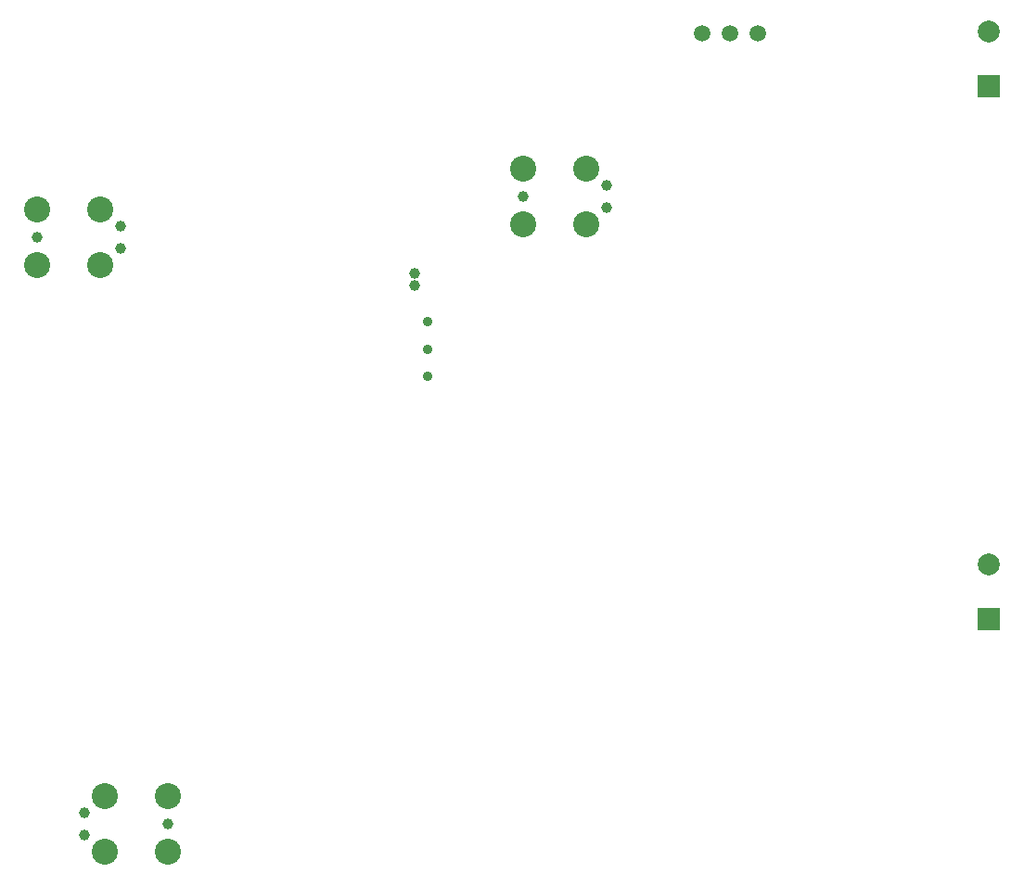
<source format=gbr>
%TF.GenerationSoftware,KiCad,Pcbnew,(5.99.0-10506-gb986797469)*%
%TF.CreationDate,2021-06-03T11:04:36+02:00*%
%TF.ProjectId,LoRa tracker,4c6f5261-2074-4726-9163-6b65722e6b69,rev?*%
%TF.SameCoordinates,Original*%
%TF.FileFunction,Soldermask,Bot*%
%TF.FilePolarity,Negative*%
%FSLAX46Y46*%
G04 Gerber Fmt 4.6, Leading zero omitted, Abs format (unit mm)*
G04 Created by KiCad (PCBNEW (5.99.0-10506-gb986797469)) date 2021-06-03 11:04:36*
%MOMM*%
%LPD*%
G01*
G04 APERTURE LIST*
%ADD10C,0.990600*%
%ADD11C,2.374900*%
%ADD12C,1.000000*%
%ADD13R,2.000000X2.000000*%
%ADD14C,2.000000*%
%ADD15C,1.500000*%
%ADD16C,0.880000*%
G04 APERTURE END LIST*
D10*
%TO.C,CON3*%
X103973748Y-175202116D03*
D11*
X98258748Y-177742116D03*
D10*
X96353748Y-176218116D03*
D11*
X103973748Y-172662116D03*
X103973748Y-177742116D03*
X98258748Y-172662116D03*
D10*
X96353748Y-174186116D03*
%TD*%
D11*
%TO.C,CON2*%
X136458748Y-120412116D03*
D10*
X144078748Y-116856116D03*
X144078748Y-118888116D03*
D11*
X136458748Y-115332116D03*
X142173748Y-115332116D03*
X142173748Y-120412116D03*
D10*
X136458748Y-117872116D03*
%TD*%
D12*
%TO.C,Y2*%
X126560000Y-126000000D03*
X126560000Y-124900000D03*
%TD*%
D13*
%TO.C,J2*%
X178923748Y-156492116D03*
D14*
X178923748Y-151492116D03*
%TD*%
D13*
%TO.C,J1*%
X178953748Y-107827116D03*
D14*
X178953748Y-102827116D03*
%TD*%
D15*
%TO.C,U2*%
X157828748Y-102932116D03*
X155288748Y-102932116D03*
X152748748Y-102932116D03*
%TD*%
D11*
%TO.C,CON1*%
X92103748Y-124092116D03*
D10*
X99723748Y-120536116D03*
X92103748Y-121552116D03*
D11*
X97818748Y-119012116D03*
X97818748Y-124092116D03*
D10*
X99723748Y-122568116D03*
D11*
X92103748Y-119012116D03*
%TD*%
D16*
%TO.C,Y3*%
X127762000Y-134326000D03*
X127762000Y-131826000D03*
X127762000Y-129326000D03*
%TD*%
M02*

</source>
